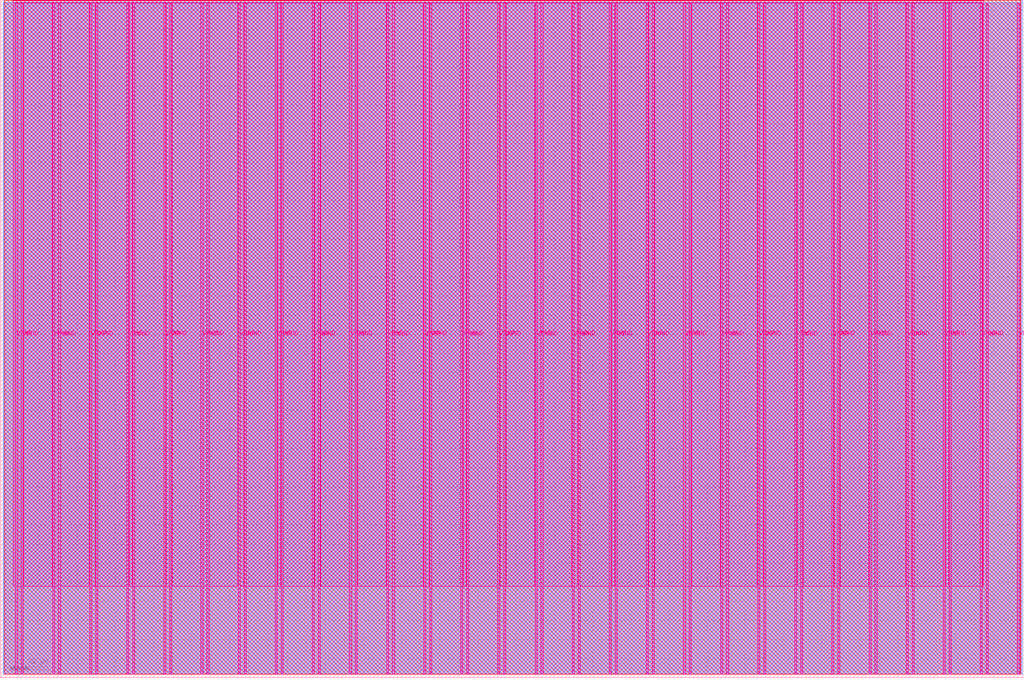
<source format=lef>
VERSION 5.7 ;
  NOWIREEXTENSIONATPIN ON ;
  DIVIDERCHAR "/" ;
  BUSBITCHARS "[]" ;
MACRO tt_um_tt_tinyQV
  CLASS BLOCK ;
  FOREIGN tt_um_tt_tinyQV ;
  ORIGIN 0.000 0.000 ;
  SIZE 1071.840 BY 710.640 ;
  PIN VGND
    DIRECTION INOUT ;
    USE GROUND ;
    PORT
      LAYER Metal5 ;
        RECT 21.580 3.560 23.780 707.080 ;
    END
    PORT
      LAYER Metal5 ;
        RECT 60.450 3.560 62.650 707.080 ;
    END
    PORT
      LAYER Metal5 ;
        RECT 99.320 3.560 101.520 707.080 ;
    END
    PORT
      LAYER Metal5 ;
        RECT 138.190 3.560 140.390 707.080 ;
    END
    PORT
      LAYER Metal5 ;
        RECT 177.060 3.560 179.260 707.080 ;
    END
    PORT
      LAYER Metal5 ;
        RECT 215.930 3.560 218.130 707.080 ;
    END
    PORT
      LAYER Metal5 ;
        RECT 254.800 3.560 257.000 707.080 ;
    END
    PORT
      LAYER Metal5 ;
        RECT 293.670 3.560 295.870 707.080 ;
    END
    PORT
      LAYER Metal5 ;
        RECT 332.540 3.560 334.740 707.080 ;
    END
    PORT
      LAYER Metal5 ;
        RECT 371.410 3.560 373.610 707.080 ;
    END
    PORT
      LAYER Metal5 ;
        RECT 410.280 3.560 412.480 707.080 ;
    END
    PORT
      LAYER Metal5 ;
        RECT 449.150 3.560 451.350 707.080 ;
    END
    PORT
      LAYER Metal5 ;
        RECT 488.020 3.560 490.220 707.080 ;
    END
    PORT
      LAYER Metal5 ;
        RECT 526.890 3.560 529.090 707.080 ;
    END
    PORT
      LAYER Metal5 ;
        RECT 565.760 3.560 567.960 707.080 ;
    END
    PORT
      LAYER Metal5 ;
        RECT 604.630 3.560 606.830 707.080 ;
    END
    PORT
      LAYER Metal5 ;
        RECT 643.500 3.560 645.700 707.080 ;
    END
    PORT
      LAYER Metal5 ;
        RECT 682.370 3.560 684.570 707.080 ;
    END
    PORT
      LAYER Metal5 ;
        RECT 721.240 3.560 723.440 707.080 ;
    END
    PORT
      LAYER Metal5 ;
        RECT 760.110 3.560 762.310 707.080 ;
    END
    PORT
      LAYER Metal5 ;
        RECT 798.980 3.560 801.180 707.080 ;
    END
    PORT
      LAYER Metal5 ;
        RECT 837.850 3.560 840.050 707.080 ;
    END
    PORT
      LAYER Metal5 ;
        RECT 876.720 3.560 878.920 707.080 ;
    END
    PORT
      LAYER Metal5 ;
        RECT 915.590 3.560 917.790 707.080 ;
    END
    PORT
      LAYER Metal5 ;
        RECT 954.460 3.560 956.660 707.080 ;
    END
    PORT
      LAYER Metal5 ;
        RECT 993.330 3.560 995.530 707.080 ;
    END
    PORT
      LAYER Metal5 ;
        RECT 1032.200 3.560 1034.400 707.080 ;
    END
  END VGND
  PIN VPWR
    DIRECTION INOUT ;
    USE POWER ;
    PORT
      LAYER Metal5 ;
        RECT 15.380 3.560 17.580 707.080 ;
    END
    PORT
      LAYER Metal5 ;
        RECT 54.250 3.560 56.450 707.080 ;
    END
    PORT
      LAYER Metal5 ;
        RECT 93.120 3.560 95.320 707.080 ;
    END
    PORT
      LAYER Metal5 ;
        RECT 131.990 3.560 134.190 707.080 ;
    END
    PORT
      LAYER Metal5 ;
        RECT 170.860 3.560 173.060 707.080 ;
    END
    PORT
      LAYER Metal5 ;
        RECT 209.730 3.560 211.930 707.080 ;
    END
    PORT
      LAYER Metal5 ;
        RECT 248.600 3.560 250.800 707.080 ;
    END
    PORT
      LAYER Metal5 ;
        RECT 287.470 3.560 289.670 707.080 ;
    END
    PORT
      LAYER Metal5 ;
        RECT 326.340 3.560 328.540 707.080 ;
    END
    PORT
      LAYER Metal5 ;
        RECT 365.210 3.560 367.410 707.080 ;
    END
    PORT
      LAYER Metal5 ;
        RECT 404.080 3.560 406.280 707.080 ;
    END
    PORT
      LAYER Metal5 ;
        RECT 442.950 3.560 445.150 707.080 ;
    END
    PORT
      LAYER Metal5 ;
        RECT 481.820 3.560 484.020 707.080 ;
    END
    PORT
      LAYER Metal5 ;
        RECT 520.690 3.560 522.890 707.080 ;
    END
    PORT
      LAYER Metal5 ;
        RECT 559.560 3.560 561.760 707.080 ;
    END
    PORT
      LAYER Metal5 ;
        RECT 598.430 3.560 600.630 707.080 ;
    END
    PORT
      LAYER Metal5 ;
        RECT 637.300 3.560 639.500 707.080 ;
    END
    PORT
      LAYER Metal5 ;
        RECT 676.170 3.560 678.370 707.080 ;
    END
    PORT
      LAYER Metal5 ;
        RECT 715.040 3.560 717.240 707.080 ;
    END
    PORT
      LAYER Metal5 ;
        RECT 753.910 3.560 756.110 707.080 ;
    END
    PORT
      LAYER Metal5 ;
        RECT 792.780 3.560 794.980 707.080 ;
    END
    PORT
      LAYER Metal5 ;
        RECT 831.650 3.560 833.850 707.080 ;
    END
    PORT
      LAYER Metal5 ;
        RECT 870.520 3.560 872.720 707.080 ;
    END
    PORT
      LAYER Metal5 ;
        RECT 909.390 3.560 911.590 707.080 ;
    END
    PORT
      LAYER Metal5 ;
        RECT 948.260 3.560 950.460 707.080 ;
    END
    PORT
      LAYER Metal5 ;
        RECT 987.130 3.560 989.330 707.080 ;
    END
    PORT
      LAYER Metal5 ;
        RECT 1026.000 3.560 1028.200 707.080 ;
    END
    PORT
      LAYER Metal5 ;
        RECT 1064.870 3.560 1067.070 707.080 ;
    END
  END VPWR
  PIN clk
    DIRECTION INPUT ;
    USE SIGNAL ;
    ANTENNAGATEAREA 10.160800 ;
    ANTENNADIFFAREA 32.246399 ;
    PORT
      LAYER Metal5 ;
        RECT 187.050 709.640 187.350 710.640 ;
    END
  END clk
  PIN ena
    DIRECTION INPUT ;
    USE SIGNAL ;
    PORT
      LAYER Metal5 ;
        RECT 190.890 709.640 191.190 710.640 ;
    END
  END ena
  PIN rst_n
    DIRECTION INPUT ;
    USE SIGNAL ;
    ANTENNAGATEAREA 0.314600 ;
    PORT
      LAYER Metal5 ;
        RECT 183.210 709.640 183.510 710.640 ;
    END
  END rst_n
  PIN ui_in[0]
    DIRECTION INPUT ;
    USE SIGNAL ;
    ANTENNAGATEAREA 0.213200 ;
    PORT
      LAYER Metal5 ;
        RECT 179.370 709.640 179.670 710.640 ;
    END
  END ui_in[0]
  PIN ui_in[1]
    DIRECTION INPUT ;
    USE SIGNAL ;
    ANTENNAGATEAREA 0.213200 ;
    PORT
      LAYER Metal5 ;
        RECT 175.530 709.640 175.830 710.640 ;
    END
  END ui_in[1]
  PIN ui_in[2]
    DIRECTION INPUT ;
    USE SIGNAL ;
    ANTENNAGATEAREA 0.180700 ;
    PORT
      LAYER Metal5 ;
        RECT 171.690 709.640 171.990 710.640 ;
    END
  END ui_in[2]
  PIN ui_in[3]
    DIRECTION INPUT ;
    USE SIGNAL ;
    ANTENNAGATEAREA 0.314600 ;
    PORT
      LAYER Metal5 ;
        RECT 167.850 709.640 168.150 710.640 ;
    END
  END ui_in[3]
  PIN ui_in[4]
    DIRECTION INPUT ;
    USE SIGNAL ;
    ANTENNAGATEAREA 0.213200 ;
    PORT
      LAYER Metal5 ;
        RECT 164.010 709.640 164.310 710.640 ;
    END
  END ui_in[4]
  PIN ui_in[5]
    DIRECTION INPUT ;
    USE SIGNAL ;
    ANTENNAGATEAREA 0.314600 ;
    PORT
      LAYER Metal5 ;
        RECT 160.170 709.640 160.470 710.640 ;
    END
  END ui_in[5]
  PIN ui_in[6]
    DIRECTION INPUT ;
    USE SIGNAL ;
    ANTENNAGATEAREA 0.314600 ;
    PORT
      LAYER Metal5 ;
        RECT 156.330 709.640 156.630 710.640 ;
    END
  END ui_in[6]
  PIN ui_in[7]
    DIRECTION INPUT ;
    USE SIGNAL ;
    ANTENNAGATEAREA 0.180700 ;
    PORT
      LAYER Metal5 ;
        RECT 152.490 709.640 152.790 710.640 ;
    END
  END ui_in[7]
  PIN uio_in[0]
    DIRECTION INPUT ;
    USE SIGNAL ;
    PORT
      LAYER Metal5 ;
        RECT 148.650 709.640 148.950 710.640 ;
    END
  END uio_in[0]
  PIN uio_in[1]
    DIRECTION INPUT ;
    USE SIGNAL ;
    ANTENNAGATEAREA 0.314600 ;
    PORT
      LAYER Metal5 ;
        RECT 144.810 709.640 145.110 710.640 ;
    END
  END uio_in[1]
  PIN uio_in[2]
    DIRECTION INPUT ;
    USE SIGNAL ;
    ANTENNAGATEAREA 0.314600 ;
    PORT
      LAYER Metal5 ;
        RECT 140.970 709.640 141.270 710.640 ;
    END
  END uio_in[2]
  PIN uio_in[3]
    DIRECTION INPUT ;
    USE SIGNAL ;
    PORT
      LAYER Metal5 ;
        RECT 137.130 709.640 137.430 710.640 ;
    END
  END uio_in[3]
  PIN uio_in[4]
    DIRECTION INPUT ;
    USE SIGNAL ;
    ANTENNAGATEAREA 0.314600 ;
    PORT
      LAYER Metal5 ;
        RECT 133.290 709.640 133.590 710.640 ;
    END
  END uio_in[4]
  PIN uio_in[5]
    DIRECTION INPUT ;
    USE SIGNAL ;
    ANTENNAGATEAREA 0.314600 ;
    PORT
      LAYER Metal5 ;
        RECT 129.450 709.640 129.750 710.640 ;
    END
  END uio_in[5]
  PIN uio_in[6]
    DIRECTION INPUT ;
    USE SIGNAL ;
    PORT
      LAYER Metal5 ;
        RECT 125.610 709.640 125.910 710.640 ;
    END
  END uio_in[6]
  PIN uio_in[7]
    DIRECTION INPUT ;
    USE SIGNAL ;
    PORT
      LAYER Metal5 ;
        RECT 121.770 709.640 122.070 710.640 ;
    END
  END uio_in[7]
  PIN uio_oe[0]
    DIRECTION OUTPUT ;
    USE SIGNAL ;
    ANTENNADIFFAREA 1.413600 ;
    PORT
      LAYER Metal5 ;
        RECT 56.490 709.640 56.790 710.640 ;
    END
  END uio_oe[0]
  PIN uio_oe[1]
    DIRECTION OUTPUT ;
    USE SIGNAL ;
    ANTENNADIFFAREA 1.413600 ;
    PORT
      LAYER Metal5 ;
        RECT 52.650 709.640 52.950 710.640 ;
    END
  END uio_oe[1]
  PIN uio_oe[2]
    DIRECTION OUTPUT ;
    USE SIGNAL ;
    ANTENNADIFFAREA 1.413600 ;
    PORT
      LAYER Metal5 ;
        RECT 48.810 709.640 49.110 710.640 ;
    END
  END uio_oe[2]
  PIN uio_oe[3]
    DIRECTION OUTPUT ;
    USE SIGNAL ;
    ANTENNADIFFAREA 1.413600 ;
    PORT
      LAYER Metal5 ;
        RECT 44.970 709.640 45.270 710.640 ;
    END
  END uio_oe[3]
  PIN uio_oe[4]
    DIRECTION OUTPUT ;
    USE SIGNAL ;
    ANTENNADIFFAREA 1.413600 ;
    PORT
      LAYER Metal5 ;
        RECT 41.130 709.640 41.430 710.640 ;
    END
  END uio_oe[4]
  PIN uio_oe[5]
    DIRECTION OUTPUT ;
    USE SIGNAL ;
    ANTENNAGATEAREA 0.943800 ;
    ANTENNADIFFAREA 0.706800 ;
    PORT
      LAYER Metal5 ;
        RECT 37.290 709.640 37.590 710.640 ;
    END
  END uio_oe[5]
  PIN uio_oe[6]
    DIRECTION OUTPUT ;
    USE SIGNAL ;
    ANTENNADIFFAREA 1.413600 ;
    PORT
      LAYER Metal5 ;
        RECT 33.450 709.640 33.750 710.640 ;
    END
  END uio_oe[6]
  PIN uio_oe[7]
    DIRECTION OUTPUT ;
    USE SIGNAL ;
    ANTENNADIFFAREA 1.413600 ;
    PORT
      LAYER Metal5 ;
        RECT 29.610 709.640 29.910 710.640 ;
    END
  END uio_oe[7]
  PIN uio_out[0]
    DIRECTION OUTPUT ;
    USE SIGNAL ;
    ANTENNADIFFAREA 1.413600 ;
    PORT
      LAYER Metal5 ;
        RECT 87.210 709.640 87.510 710.640 ;
    END
  END uio_out[0]
  PIN uio_out[1]
    DIRECTION OUTPUT ;
    USE SIGNAL ;
    ANTENNADIFFAREA 0.706800 ;
    PORT
      LAYER Metal5 ;
        RECT 83.370 709.640 83.670 710.640 ;
    END
  END uio_out[1]
  PIN uio_out[2]
    DIRECTION OUTPUT ;
    USE SIGNAL ;
    ANTENNADIFFAREA 1.124800 ;
    PORT
      LAYER Metal5 ;
        RECT 79.530 709.640 79.830 710.640 ;
    END
  END uio_out[2]
  PIN uio_out[3]
    DIRECTION OUTPUT ;
    USE SIGNAL ;
    ANTENNADIFFAREA 0.706800 ;
    PORT
      LAYER Metal5 ;
        RECT 75.690 709.640 75.990 710.640 ;
    END
  END uio_out[3]
  PIN uio_out[4]
    DIRECTION OUTPUT ;
    USE SIGNAL ;
    ANTENNADIFFAREA 1.124800 ;
    PORT
      LAYER Metal5 ;
        RECT 71.850 709.640 72.150 710.640 ;
    END
  END uio_out[4]
  PIN uio_out[5]
    DIRECTION OUTPUT ;
    USE SIGNAL ;
    ANTENNADIFFAREA 1.135700 ;
    PORT
      LAYER Metal5 ;
        RECT 68.010 709.640 68.310 710.640 ;
    END
  END uio_out[5]
  PIN uio_out[6]
    DIRECTION OUTPUT ;
    USE SIGNAL ;
    ANTENNADIFFAREA 1.413600 ;
    PORT
      LAYER Metal5 ;
        RECT 64.170 709.640 64.470 710.640 ;
    END
  END uio_out[6]
  PIN uio_out[7]
    DIRECTION OUTPUT ;
    USE SIGNAL ;
    ANTENNADIFFAREA 1.413600 ;
    PORT
      LAYER Metal5 ;
        RECT 60.330 709.640 60.630 710.640 ;
    END
  END uio_out[7]
  PIN uo_out[0]
    DIRECTION OUTPUT ;
    USE SIGNAL ;
    ANTENNADIFFAREA 0.677200 ;
    PORT
      LAYER Metal5 ;
        RECT 117.930 709.640 118.230 710.640 ;
    END
  END uo_out[0]
  PIN uo_out[1]
    DIRECTION OUTPUT ;
    USE SIGNAL ;
    ANTENNADIFFAREA 0.677200 ;
    PORT
      LAYER Metal5 ;
        RECT 114.090 709.640 114.390 710.640 ;
    END
  END uo_out[1]
  PIN uo_out[2]
    DIRECTION OUTPUT ;
    USE SIGNAL ;
    ANTENNADIFFAREA 0.988000 ;
    PORT
      LAYER Metal5 ;
        RECT 110.250 709.640 110.550 710.640 ;
    END
  END uo_out[2]
  PIN uo_out[3]
    DIRECTION OUTPUT ;
    USE SIGNAL ;
    ANTENNADIFFAREA 0.988000 ;
    PORT
      LAYER Metal5 ;
        RECT 106.410 709.640 106.710 710.640 ;
    END
  END uo_out[3]
  PIN uo_out[4]
    DIRECTION OUTPUT ;
    USE SIGNAL ;
    ANTENNADIFFAREA 0.988000 ;
    PORT
      LAYER Metal5 ;
        RECT 102.570 709.640 102.870 710.640 ;
    END
  END uo_out[4]
  PIN uo_out[5]
    DIRECTION OUTPUT ;
    USE SIGNAL ;
    ANTENNADIFFAREA 0.958400 ;
    PORT
      LAYER Metal5 ;
        RECT 98.730 709.640 99.030 710.640 ;
    END
  END uo_out[5]
  PIN uo_out[6]
    DIRECTION OUTPUT ;
    USE SIGNAL ;
    ANTENNADIFFAREA 1.413600 ;
    PORT
      LAYER Metal5 ;
        RECT 94.890 709.640 95.190 710.640 ;
    END
  END uo_out[6]
  PIN uo_out[7]
    DIRECTION OUTPUT ;
    USE SIGNAL ;
    ANTENNADIFFAREA 0.988000 ;
    PORT
      LAYER Metal5 ;
        RECT 91.050 709.640 91.350 710.640 ;
    END
  END uo_out[7]
  OBS
      LAYER GatPoly ;
        RECT 2.880 3.630 1068.960 707.010 ;
      LAYER Metal1 ;
        RECT 2.880 3.560 1068.960 707.080 ;
      LAYER Metal2 ;
        RECT 2.605 3.680 1070.545 707.800 ;
      LAYER Metal3 ;
        RECT 3.260 3.635 1070.500 709.945 ;
      LAYER Metal4 ;
        RECT 4.175 3.680 1068.145 709.900 ;
      LAYER Metal5 ;
        RECT 13.340 709.430 29.400 709.640 ;
        RECT 30.120 709.430 33.240 709.640 ;
        RECT 33.960 709.430 37.080 709.640 ;
        RECT 37.800 709.430 40.920 709.640 ;
        RECT 41.640 709.430 44.760 709.640 ;
        RECT 45.480 709.430 48.600 709.640 ;
        RECT 49.320 709.430 52.440 709.640 ;
        RECT 53.160 709.430 56.280 709.640 ;
        RECT 57.000 709.430 60.120 709.640 ;
        RECT 60.840 709.430 63.960 709.640 ;
        RECT 64.680 709.430 67.800 709.640 ;
        RECT 68.520 709.430 71.640 709.640 ;
        RECT 72.360 709.430 75.480 709.640 ;
        RECT 76.200 709.430 79.320 709.640 ;
        RECT 80.040 709.430 83.160 709.640 ;
        RECT 83.880 709.430 87.000 709.640 ;
        RECT 87.720 709.430 90.840 709.640 ;
        RECT 91.560 709.430 94.680 709.640 ;
        RECT 95.400 709.430 98.520 709.640 ;
        RECT 99.240 709.430 102.360 709.640 ;
        RECT 103.080 709.430 106.200 709.640 ;
        RECT 106.920 709.430 110.040 709.640 ;
        RECT 110.760 709.430 113.880 709.640 ;
        RECT 114.600 709.430 117.720 709.640 ;
        RECT 118.440 709.430 121.560 709.640 ;
        RECT 122.280 709.430 125.400 709.640 ;
        RECT 126.120 709.430 129.240 709.640 ;
        RECT 129.960 709.430 133.080 709.640 ;
        RECT 133.800 709.430 136.920 709.640 ;
        RECT 137.640 709.430 140.760 709.640 ;
        RECT 141.480 709.430 144.600 709.640 ;
        RECT 145.320 709.430 148.440 709.640 ;
        RECT 149.160 709.430 152.280 709.640 ;
        RECT 153.000 709.430 156.120 709.640 ;
        RECT 156.840 709.430 159.960 709.640 ;
        RECT 160.680 709.430 163.800 709.640 ;
        RECT 164.520 709.430 167.640 709.640 ;
        RECT 168.360 709.430 171.480 709.640 ;
        RECT 172.200 709.430 175.320 709.640 ;
        RECT 176.040 709.430 179.160 709.640 ;
        RECT 179.880 709.430 183.000 709.640 ;
        RECT 183.720 709.430 186.840 709.640 ;
        RECT 187.560 709.430 190.680 709.640 ;
        RECT 191.400 709.430 1029.220 709.640 ;
        RECT 13.340 707.290 1029.220 709.430 ;
        RECT 13.340 96.035 15.170 707.290 ;
        RECT 17.790 96.035 21.370 707.290 ;
        RECT 23.990 96.035 54.040 707.290 ;
        RECT 56.660 96.035 60.240 707.290 ;
        RECT 62.860 96.035 92.910 707.290 ;
        RECT 95.530 96.035 99.110 707.290 ;
        RECT 101.730 96.035 131.780 707.290 ;
        RECT 134.400 96.035 137.980 707.290 ;
        RECT 140.600 96.035 170.650 707.290 ;
        RECT 173.270 96.035 176.850 707.290 ;
        RECT 179.470 96.035 209.520 707.290 ;
        RECT 212.140 96.035 215.720 707.290 ;
        RECT 218.340 96.035 248.390 707.290 ;
        RECT 251.010 96.035 254.590 707.290 ;
        RECT 257.210 96.035 287.260 707.290 ;
        RECT 289.880 96.035 293.460 707.290 ;
        RECT 296.080 96.035 326.130 707.290 ;
        RECT 328.750 96.035 332.330 707.290 ;
        RECT 334.950 96.035 365.000 707.290 ;
        RECT 367.620 96.035 371.200 707.290 ;
        RECT 373.820 96.035 403.870 707.290 ;
        RECT 406.490 96.035 410.070 707.290 ;
        RECT 412.690 96.035 442.740 707.290 ;
        RECT 445.360 96.035 448.940 707.290 ;
        RECT 451.560 96.035 481.610 707.290 ;
        RECT 484.230 96.035 487.810 707.290 ;
        RECT 490.430 96.035 520.480 707.290 ;
        RECT 523.100 96.035 526.680 707.290 ;
        RECT 529.300 96.035 559.350 707.290 ;
        RECT 561.970 96.035 565.550 707.290 ;
        RECT 568.170 96.035 598.220 707.290 ;
        RECT 600.840 96.035 604.420 707.290 ;
        RECT 607.040 96.035 637.090 707.290 ;
        RECT 639.710 96.035 643.290 707.290 ;
        RECT 645.910 96.035 675.960 707.290 ;
        RECT 678.580 96.035 682.160 707.290 ;
        RECT 684.780 96.035 714.830 707.290 ;
        RECT 717.450 96.035 721.030 707.290 ;
        RECT 723.650 96.035 753.700 707.290 ;
        RECT 756.320 96.035 759.900 707.290 ;
        RECT 762.520 96.035 792.570 707.290 ;
        RECT 795.190 96.035 798.770 707.290 ;
        RECT 801.390 96.035 831.440 707.290 ;
        RECT 834.060 96.035 837.640 707.290 ;
        RECT 840.260 96.035 870.310 707.290 ;
        RECT 872.930 96.035 876.510 707.290 ;
        RECT 879.130 96.035 909.180 707.290 ;
        RECT 911.800 96.035 915.380 707.290 ;
        RECT 918.000 96.035 948.050 707.290 ;
        RECT 950.670 96.035 954.250 707.290 ;
        RECT 956.870 96.035 986.920 707.290 ;
        RECT 989.540 96.035 993.120 707.290 ;
        RECT 995.740 96.035 1025.790 707.290 ;
        RECT 1028.410 96.035 1029.220 707.290 ;
  END
END tt_um_tt_tinyQV
END LIBRARY


</source>
